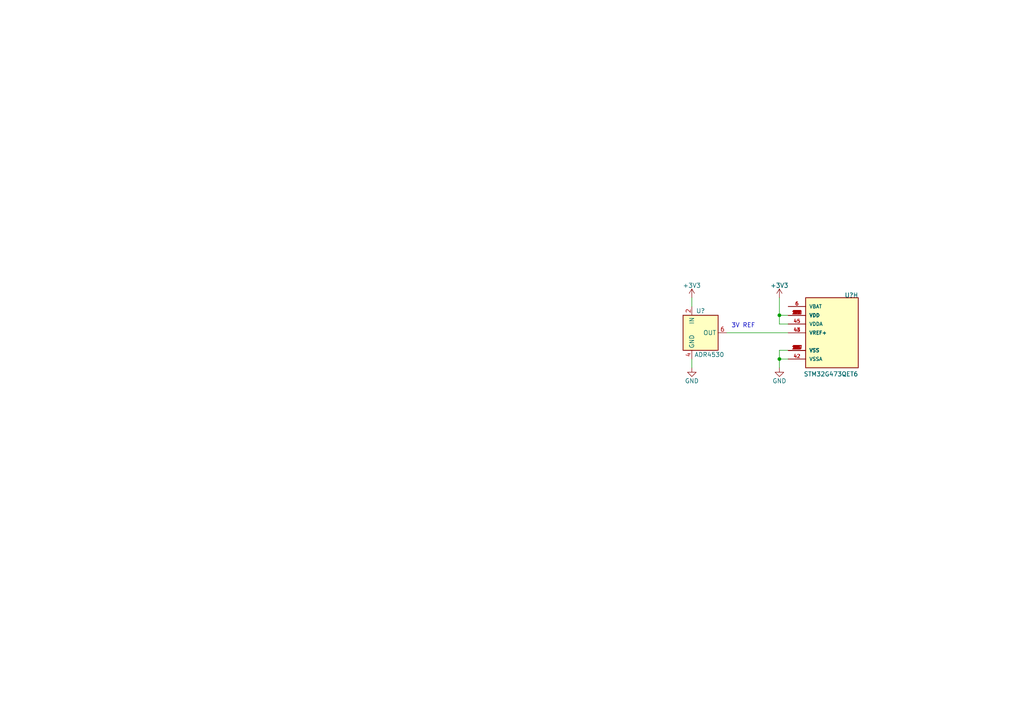
<source format=kicad_sch>
(kicad_sch (version 20211123) (generator eeschema)
  (paper "A4")
  (lib_symbols
    (symbol "Reference_Voltage:ADR4530"
      (property "Reference" "U" (at 0 6.35 0))
      (property "Value" "ADR4530" (at 2.54 -6.35 0))
      (symbol "ADR4530_0_0"
        (pin no_connect line (at -5.08 0 0) (length 2.54) hide (name "NC") (number "3"))
        (pin no_connect line (at 5.08 2.54 180) (length 2.54) hide (name "NC") (number "7"))
        (pin no_connect line (at 5.08 -2.54 180) (length 2.54) hide (name "NC") (number "8"))
      )
      (symbol "ADR4530_0_1"
        (rectangle (start -5.08 5.08) (end 5.08 -5.08) (stroke (width 0.254)) (fill (type background)))
      )
      (symbol "ADR4530_1_1"
        (pin no_connect line (at -5.08 2.54 0) (length 2.54) hide (name "NC") (number "1"))
        (pin power_in line (at -2.54 7.62 270) (length 2.54) (name "IN") (number "2"))
        (pin power_in line (at -2.54 -7.62 90) (length 2.54) (name "GND") (number "4"))
        (pin no_connect line (at -5.08 -2.54 0) (length 2.54) hide (name "NC") (number "5"))
        (pin power_out line (at 7.62 0 180) (length 2.54) (name "OUT") (number "6"))
      )
    )
    (symbol "STM32G473QET6:STM32G473QET6" (pin_names (offset 1.016))
      (property "Reference" "U" (at -7.62 21.082 0))
      (property "Value" "STM32G473QET6" (at -7.62 -25.4 0))
      (symbol "STM32G473QET6_1_0"
        (rectangle (start -7.62 -22.86) (end 7.62 20.32) (stroke (width 0.254)) (fill (type background)))
        (pin bidirectional line (at -12.7 17.78 0) (length 5.08) (name "PA0") (number "27"))
        (pin bidirectional line (at -12.7 15.24 0) (length 5.08) (name "PA1") (number "28"))
        (pin bidirectional line (at -12.7 12.7 0) (length 5.08) (name "PA2") (number "29"))
        (pin bidirectional line (at -12.7 10.16 0) (length 5.08) (name "PA3") (number "32"))
        (pin bidirectional line (at -12.7 7.62 0) (length 5.08) (name "PA4") (number "33"))
        (pin bidirectional line (at -12.7 5.08 0) (length 5.08) (name "PA5") (number "34"))
        (pin bidirectional line (at -12.7 2.54 0) (length 5.08) (name "PA6") (number "35"))
        (pin bidirectional line (at -12.7 0 0) (length 5.08) (name "PA7") (number "36"))
        (pin bidirectional line (at -12.7 -2.54 0) (length 5.08) (name "PA8") (number "89"))
        (pin bidirectional line (at -12.7 -5.08 0) (length 5.08) (name "PA9") (number "90"))
        (pin bidirectional line (at -12.7 -7.62 0) (length 5.08) (name "PA10") (number "91"))
        (pin bidirectional line (at -12.7 -10.16 0) (length 5.08) (name "PA11") (number "92"))
        (pin bidirectional line (at -12.7 -12.7 0) (length 5.08) (name "PA12") (number "93"))
        (pin bidirectional line (at -12.7 -15.24 0) (length 5.08) (name "PA13") (number "96"))
        (pin bidirectional line (at -12.7 -17.78 0) (length 5.08) (name "PA14") (number "98"))
        (pin bidirectional line (at -12.7 -20.32 0) (length 5.08) (name "PA15") (number "99"))
      )
      (symbol "STM32G473QET6_2_0"
        (rectangle (start -7.62 -22.86) (end 7.62 20.32) (stroke (width 0.254)) (fill (type background)))
        (pin bidirectional line (at -12.7 10.16 0) (length 5.08) (name "PB3") (number "118"))
        (pin bidirectional line (at -12.7 7.62 0) (length 5.08) (name "PB4") (number "119"))
        (pin bidirectional line (at -12.7 5.08 0) (length 5.08) (name "PB5") (number "120"))
        (pin bidirectional line (at -12.7 2.54 0) (length 5.08) (name "PB6") (number "121"))
        (pin bidirectional line (at -12.7 0 0) (length 5.08) (name "PB7") (number "122"))
        (pin bidirectional line (at -12.7 -2.54 0) (length 5.08) (name "PB8-BOOT0") (number "123"))
        (pin bidirectional line (at -12.7 -5.08 0) (length 5.08) (name "PB9") (number "124"))
        (pin bidirectional line (at -12.7 17.78 0) (length 5.08) (name "PB0") (number "39"))
        (pin bidirectional line (at -12.7 15.24 0) (length 5.08) (name "PB1") (number "40"))
        (pin bidirectional line (at -12.7 12.7 0) (length 5.08) (name "PB2") (number "41"))
        (pin bidirectional line (at -12.7 -7.62 0) (length 5.08) (name "PB10") (number "62"))
        (pin bidirectional line (at -12.7 -10.16 0) (length 5.08) (name "PB11") (number "65"))
        (pin bidirectional line (at -12.7 -12.7 0) (length 5.08) (name "PB12") (number "66"))
        (pin bidirectional line (at -12.7 -15.24 0) (length 5.08) (name "PB13") (number "67"))
        (pin bidirectional line (at -12.7 -17.78 0) (length 5.08) (name "PB14") (number "68"))
        (pin bidirectional line (at -12.7 -20.32 0) (length 5.08) (name "PB15") (number "69"))
      )
      (symbol "STM32G473QET6_3_0"
        (rectangle (start -12.7 -22.86) (end 12.7 20.32) (stroke (width 0.254)) (fill (type background)))
        (pin bidirectional line (at -17.78 -7.62 0) (length 5.08) (name "PC10") (number "100"))
        (pin bidirectional line (at -17.78 -10.16 0) (length 5.08) (name "PC11") (number "101"))
        (pin bidirectional line (at -17.78 -12.7 0) (length 5.08) (name "PC12") (number "102"))
        (pin bidirectional line (at -17.78 17.78 0) (length 5.08) (name "PC0") (number "22"))
        (pin bidirectional line (at -17.78 15.24 0) (length 5.08) (name "PC1") (number "23"))
        (pin bidirectional line (at -17.78 12.7 0) (length 5.08) (name "PC2") (number "24"))
        (pin bidirectional line (at -17.78 10.16 0) (length 5.08) (name "PC3") (number "25"))
        (pin bidirectional line (at -17.78 7.62 0) (length 5.08) (name "PC4") (number "37"))
        (pin bidirectional line (at -17.78 5.08 0) (length 5.08) (name "PC5") (number "38"))
        (pin bidirectional line (at -17.78 -15.24 0) (length 5.08) (name "PC13") (number "7"))
        (pin bidirectional line (at -17.78 -17.78 0) (length 5.08) (name "PC14-OSC32_IN") (number "8"))
        (pin bidirectional line (at -17.78 2.54 0) (length 5.08) (name "PC6") (number "80"))
        (pin bidirectional line (at -17.78 0 0) (length 5.08) (name "PC7") (number "81"))
        (pin bidirectional line (at -17.78 -2.54 0) (length 5.08) (name "PC8") (number "87"))
        (pin bidirectional line (at -17.78 -5.08 0) (length 5.08) (name "PC9") (number "88"))
        (pin bidirectional line (at -17.78 -20.32 0) (length 5.08) (name "PC15-OSC32_OUT") (number "9"))
      )
      (symbol "STM32G473QET6_4_0"
        (rectangle (start -7.62 -22.86) (end 7.62 20.32) (stroke (width 0.254)) (fill (type background)))
        (pin bidirectional line (at -12.7 17.78 0) (length 5.08) (name "PD0") (number "108"))
        (pin bidirectional line (at -12.7 15.24 0) (length 5.08) (name "PD1") (number "109"))
        (pin bidirectional line (at -12.7 12.7 0) (length 5.08) (name "PD2") (number "112"))
        (pin bidirectional line (at -12.7 10.16 0) (length 5.08) (name "PD3") (number "113"))
        (pin bidirectional line (at -12.7 7.62 0) (length 5.08) (name "PD4") (number "114"))
        (pin bidirectional line (at -12.7 5.08 0) (length 5.08) (name "PD5") (number "115"))
        (pin bidirectional line (at -12.7 2.54 0) (length 5.08) (name "PD6") (number "116"))
        (pin bidirectional line (at -12.7 0 0) (length 5.08) (name "PD7") (number "117"))
        (pin bidirectional line (at -12.7 -2.54 0) (length 5.08) (name "PD8") (number "70"))
        (pin bidirectional line (at -12.7 -5.08 0) (length 5.08) (name "PD9") (number "71"))
        (pin bidirectional line (at -12.7 -7.62 0) (length 5.08) (name "PD10") (number "72"))
        (pin bidirectional line (at -12.7 -10.16 0) (length 5.08) (name "PD11") (number "73"))
        (pin bidirectional line (at -12.7 -12.7 0) (length 5.08) (name "PD12") (number "74"))
        (pin bidirectional line (at -12.7 -15.24 0) (length 5.08) (name "PD13") (number "75"))
        (pin bidirectional line (at -12.7 -17.78 0) (length 5.08) (name "PD14") (number "76"))
        (pin bidirectional line (at -12.7 -20.32 0) (length 5.08) (name "PD15") (number "77"))
      )
      (symbol "STM32G473QET6_5_0"
        (rectangle (start -7.62 -22.86) (end 7.62 20.32) (stroke (width 0.254)) (fill (type background)))
        (pin bidirectional line (at -12.7 12.7 0) (length 5.08) (name "PE2") (number "1"))
        (pin bidirectional line (at -12.7 17.78 0) (length 5.08) (name "PE0") (number "125"))
        (pin bidirectional line (at -12.7 15.24 0) (length 5.08) (name "PE1") (number "126"))
        (pin bidirectional line (at -12.7 10.16 0) (length 5.08) (name "PE3") (number "2"))
        (pin bidirectional line (at -12.7 7.62 0) (length 5.08) (name "PE4") (number "3"))
        (pin bidirectional line (at -12.7 5.08 0) (length 5.08) (name "PE5") (number "4"))
        (pin bidirectional line (at -12.7 2.54 0) (length 5.08) (name "PE6") (number "5"))
        (pin bidirectional line (at -12.7 0 0) (length 5.08) (name "PE7") (number "53"))
        (pin bidirectional line (at -12.7 -2.54 0) (length 5.08) (name "PE8") (number "54"))
        (pin bidirectional line (at -12.7 -5.08 0) (length 5.08) (name "PE9") (number "55"))
        (pin bidirectional line (at -12.7 -7.62 0) (length 5.08) (name "PE10") (number "56"))
        (pin bidirectional line (at -12.7 -10.16 0) (length 5.08) (name "PE11") (number "57"))
        (pin bidirectional line (at -12.7 -12.7 0) (length 5.08) (name "PE12") (number "58"))
        (pin bidirectional line (at -12.7 -15.24 0) (length 5.08) (name "PE13") (number "59"))
        (pin bidirectional line (at -12.7 -17.78 0) (length 5.08) (name "PE14") (number "60"))
        (pin bidirectional line (at -12.7 -20.32 0) (length 5.08) (name "PE15") (number "61"))
      )
      (symbol "STM32G473QET6_6_0"
        (rectangle (start -10.16 -22.86) (end 10.16 20.32) (stroke (width 0.254)) (fill (type background)))
        (pin bidirectional line (at -15.24 10.16 0) (length 5.08) (name "PF3") (number "10"))
        (pin bidirectional line (at -15.24 7.62 0) (length 5.08) (name "PF4") (number "11"))
        (pin bidirectional line (at -15.24 5.08 0) (length 5.08) (name "PF5") (number "14"))
        (pin bidirectional line (at -15.24 0 0) (length 5.08) (name "PF7") (number "15"))
        (pin bidirectional line (at -15.24 -2.54 0) (length 5.08) (name "PF8") (number "16"))
        (pin bidirectional line (at -15.24 -5.08 0) (length 5.08) (name "PF9") (number "17"))
        (pin bidirectional line (at -15.24 -7.62 0) (length 5.08) (name "PF10") (number "18"))
        (pin bidirectional line (at -15.24 17.78 0) (length 5.08) (name "PF0-OSC_IN") (number "19"))
        (pin bidirectional line (at -15.24 15.24 0) (length 5.08) (name "PF1-OSC_OUT") (number "20"))
        (pin bidirectional line (at -15.24 12.7 0) (length 5.08) (name "PF2") (number "26"))
        (pin bidirectional line (at -15.24 -10.16 0) (length 5.08) (name "PF11") (number "48"))
        (pin bidirectional line (at -15.24 -12.7 0) (length 5.08) (name "PF12") (number "49"))
        (pin bidirectional line (at -15.24 -15.24 0) (length 5.08) (name "PF13") (number "50"))
        (pin bidirectional line (at -15.24 -17.78 0) (length 5.08) (name "PF14") (number "51"))
        (pin bidirectional line (at -15.24 -20.32 0) (length 5.08) (name "PF15") (number "52"))
        (pin bidirectional line (at -15.24 2.54 0) (length 5.08) (name "PF6") (number "97"))
      )
      (symbol "STM32G473QET6_7_0"
        (rectangle (start -7.62 -15.24) (end 7.62 15.24) (stroke (width 0.254)) (fill (type background)))
        (pin bidirectional line (at -12.7 0 0) (length 5.08) (name "PG5") (number "103"))
        (pin bidirectional line (at -12.7 -2.54 0) (length 5.08) (name "PG6") (number "104"))
        (pin bidirectional line (at -12.7 -5.08 0) (length 5.08) (name "PG7") (number "105"))
        (pin bidirectional line (at -12.7 -7.62 0) (length 5.08) (name "PG8") (number "106"))
        (pin bidirectional line (at -12.7 -10.16 0) (length 5.08) (name "PG9") (number "107"))
        (pin bidirectional line (at -12.7 -12.7 0) (length 5.08) (name "PG10-NRST") (number "21"))
        (pin bidirectional line (at -12.7 12.7 0) (length 5.08) (name "PG0") (number "82"))
        (pin bidirectional line (at -12.7 10.16 0) (length 5.08) (name "PG1") (number "83"))
        (pin bidirectional line (at -12.7 7.62 0) (length 5.08) (name "PG2") (number "84"))
        (pin bidirectional line (at -12.7 5.08 0) (length 5.08) (name "PG3") (number "85"))
        (pin bidirectional line (at -12.7 2.54 0) (length 5.08) (name "PG4") (number "86"))
      )
      (symbol "STM32G473QET6_8_0"
        (rectangle (start -7.62 -10.16) (end 7.62 10.16) (stroke (width 0.254)) (fill (type background)))
        (pin power_in line (at 12.7 -5.08 180) (length 5.08) (name "VSS") (number "110"))
        (pin power_in line (at 12.7 5.08 180) (length 5.08) (name "VDD") (number "111"))
        (pin power_in line (at 12.7 -5.08 180) (length 5.08) (name "VSS") (number "12"))
        (pin power_in line (at 12.7 -5.08 180) (length 5.08) (name "VSS") (number "127"))
        (pin power_in line (at 12.7 5.08 180) (length 5.08) (name "VDD") (number "128"))
        (pin power_in line (at 12.7 5.08 180) (length 5.08) (name "VDD") (number "13"))
        (pin power_in line (at 12.7 -5.08 180) (length 5.08) (name "VSS") (number "30"))
        (pin power_in line (at 12.7 5.08 180) (length 5.08) (name "VDD") (number "31"))
        (pin power_in line (at 12.7 -7.62 180) (length 5.08) (name "VSSA") (number "42"))
        (pin power_in line (at 12.7 0 180) (length 5.08) (name "VREF+") (number "43"))
        (pin power_in line (at 12.7 0 180) (length 5.08) (name "VREF+") (number "44"))
        (pin power_in line (at 12.7 2.54 180) (length 5.08) (name "VDDA") (number "45"))
        (pin power_in line (at 12.7 -5.08 180) (length 5.08) (name "VSS") (number "46"))
        (pin power_in line (at 12.7 5.08 180) (length 5.08) (name "VDD") (number "47"))
        (pin power_in line (at 12.7 7.62 180) (length 5.08) (name "VBAT") (number "6"))
        (pin power_in line (at 12.7 -5.08 180) (length 5.08) (name "VSS") (number "63"))
        (pin power_in line (at 12.7 5.08 180) (length 5.08) (name "VDD") (number "64"))
        (pin power_in line (at 12.7 -5.08 180) (length 5.08) (name "VSS") (number "78"))
        (pin power_in line (at 12.7 5.08 180) (length 5.08) (name "VDD") (number "79"))
        (pin power_in line (at 12.7 -5.08 180) (length 5.08) (name "VSS") (number "94"))
        (pin power_in line (at 12.7 5.08 180) (length 5.08) (name "VDD") (number "95"))
      )
    )
    (symbol "power:+3V3" (power) (pin_names (offset 0))
      (property "Value" "+3V3" (at 0 3.556 0))
      (symbol "+3V3_0_1"
        (polyline (pts (xy -0.762 1.27) (xy 0 2.54)))
        (polyline (pts (xy 0 0) (xy 0 2.54)))
        (polyline (pts (xy 0 2.54) (xy 0.762 1.27)))
      )
      (symbol "+3V3_1_1"
        (pin power_in line (at 0 0 90) (length 0) hide (name "+3V3") (number "1"))
      )
    )
    (symbol "power:GND" (power) (pin_names (offset 0))
      (property "Value" "GND" (at 0 -3.81 0))
      (symbol "GND_0_1"
        (polyline (pts (xy 0 0) (xy 0 -1.27) (xy 1.27 -1.27) (xy 0 -2.54) (xy -1.27 -1.27) (xy 0 -1.27)))
      )
      (symbol "GND_1_1"
        (pin power_in line (at 0 0 270) (length 0) hide (name "GND") (number "1"))
      )
    )
  )
  (junction (at 226.06 104.14))
  (junction (at 226.06 91.44))
  (wire (pts (xy 226.06 104.14) (xy 226.06 101.6)))
  (wire (pts (xy 226.06 93.98) (xy 226.06 91.44)))
  (wire (pts (xy 226.06 104.14) (xy 228.6 104.14)))
  (wire (pts (xy 228.6 93.98) (xy 226.06 93.98)))
  (wire (pts (xy 226.06 91.44) (xy 228.6 91.44)))
  (wire (pts (xy 200.66 106.68) (xy 200.66 104.14)))
  (wire (pts (xy 200.66 86.36) (xy 200.66 88.9)))
  (wire (pts (xy 226.06 106.68) (xy 226.06 104.14)))
  (wire (pts (xy 210.82 96.52) (xy 228.6 96.52)))
  (wire (pts (xy 226.06 101.6) (xy 228.6 101.6)))
  (wire (pts (xy 226.06 86.36) (xy 226.06 91.44)))
  (text "3V REF" (at 212.09 95.25 0) (effects (font (size 1.27 1.27)) (justify left bottom)))
  (symbol (lib_id "Reference_Voltage:ADR4530") (at 203.2 96.52 0) (unit 1)
    (property "Reference" "U?" (at 203.2 90.17 0))
    (property "Value" "ADR4530" (at 205.74 102.87 0))
    (property "Footprint" "Package_SO:SOIC-8_3.9x4.9mm_P1.27mm" (effects hide))
    (property "Datasheet" "https://www.analog.com/media/en/technical-documentation/data-sheets/ADR4520_4525_4530_4533_4540_4550.pdf" (effects hide))
  )
  (symbol (lib_id "power:+3V3") (at 226.06 86.36 0) (unit 1)
    (property "Reference" "#PWR?" (effects hide))
    (property "Value" "+3V3" (at 226.06 82.804 0))
  )
  (symbol (lib_id "power:GND") (at 226.06 106.68 0) (unit 1)
    (property "Reference" "#PWR?" (effects hide))
    (property "Value" "GND" (at 226.06 110.49 0))
  )
  (symbol (lib_id "power:GND") (at 200.66 106.68 0) (unit 1)
    (property "Reference" "#PWR?" (effects hide))
    (property "Value" "GND" (at 200.66 110.49 0))
  )
  (symbol (lib_id "STM32G473QET6:STM32G473QET6") (at 241.3 96.52 0) (mirror y) (unit 8)
    (property "Reference" "U?" (at 248.92 86.36 0) (effects (justify left bottom)))
    (property "Value" "STM32G473QET6" (at 248.92 109.22 0) (effects (justify left bottom)))
    (property "Footprint" "SnapEDA Library:QFP40P1600X1600X160-128N" (effects hide))
    (property "MANUFACTURER" "STMicroelectronics" (effects hide))
    (property "PARTREV" "4" (effects hide))
    (property "STANDARD" "IPC 7351B" (effects hide))
    (property "MAXIMUM_PACKAGE_HEIGHT" "1.6mm" (effects hide))
  )
  (symbol (lib_id "power:+3V3") (at 200.66 86.36 0) (unit 1)
    (property "Reference" "#PWR?" (effects hide))
    (property "Value" "+3V3" (at 200.66 82.804 0))
  )
)
</source>
